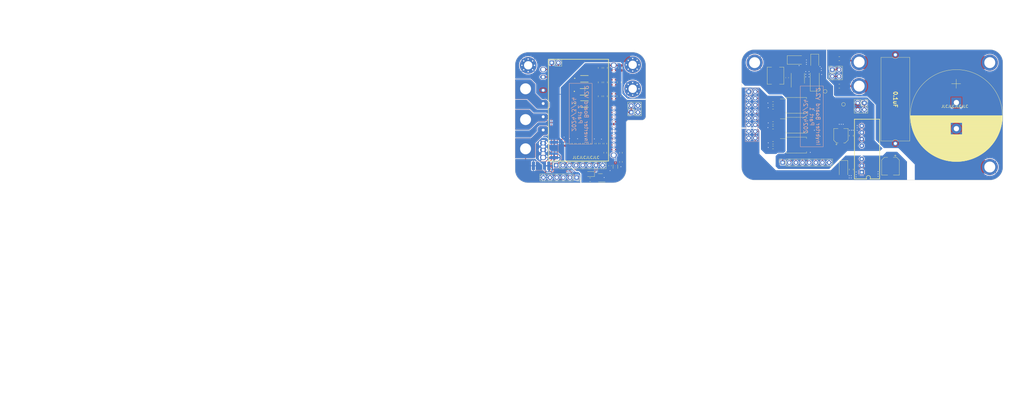
<source format=kicad_pcb>
(kicad_pcb (version 20221018) (generator pcbnew)
  (layers (0 "F.Cu" signal) (31 "B.Cu" signal) (34 "B.Paste" user) (35 "F.Paste" user) (36 "B.SilkS" user "B.Silkscreen") (37 "F.SilkS" user "F.Silkscreen") (38 "B.Mask" user) (39 "F.Mask" user) (44 "Edge.Cuts" user))
  (net 0 "")
  (net 1 "GND")
  (net 2 "+5V1")
  (net 3 "DC_BUS")
  (net 4 "/M+1")
  (net 5 "/M-1")
  (net 6 "/M+2")
  (net 7 "/M-2")
  (net 8 "/M+3")
  (net 9 "/M-3")
  (net 10 "/OPWM1A")
  (net 11 "/OPWM2A")
  (net 12 "/OPWM3A")
  (net 13 "/OPWM1B")
  (net 14 "/OPWM2B")
  (net 15 "/OPWM3B")
  (net 16 "Net-(Q2-CSC)")
  (net 17 "Net-(U2-CB)")
  (net 18 "+15V1")
  (net 19 "Net-(D1-K)")
  (net 20 "/PWM1A_5V")
  (net 21 "Net-(IC1-CATHODE_1)")
  (net 22 "Net-(IC1-CATHODE_2)")
  (net 23 "/PWM2A_5V")
  (net 24 "/PWM3A_5V")
  (net 25 "Net-(IC2-CATHODE_1)")
  (net 26 "Net-(IC2-CATHODE_2)")
  (net 27 "/PWM1B_5V")
  (net 28 "/PWM2B_5V")
  (net 29 "Net-(IC3-CATHODE_1)")
  (net 30 "Net-(IC3-CATHODE_2)")
  (net 31 "/PWM3B_5V")
  (net 32 "AGND")
  (net 33 "/GND_2M")
  (net 34 "/DC_BUS_2M")
  (net 35 "/U")
  (net 36 "/V")
  (net 37 "/W")
  (net 38 "Net-(J13-Pin_1)")
  (net 39 "Net-(D2-K)")
  (net 40 "Net-(Q1-B)")
  (net 41 "Net-(Q1-C)")
  (net 42 "/CSC")
  (net 43 "/DSP_PWM1_~{FAULT_5V}")
  (net 44 "Net-(Q2-IN(WL))")
  (net 45 "Net-(Q2-IN(VL))")
  (net 46 "Net-(Q2-IN(UL))")
  (net 47 "Net-(Q2-IN(WH))")
  (net 48 "Net-(Q2-IN(VH))")
  (net 49 "Net-(Q2-IN(UH))")
  (net 53 "D12VGND")
  (net 54 "D12V1")
  (net 58 "Net-(J13-Pin_2)")
  (footprint "inverter_lib:MELF_DO-213AB" (layer "F.Cu") (at 64.85 31.2)
    (fp_text reference "Z1" hide)
    (fp_text value "ZM4746A-GS08" hide)
  )
  (footprint "TestPoint:TestPoint_Pad_D1.0mm" (layer "F.Cu") (at 164 41 180)
    (fp_text reference "TP7" hide)
    (fp_text value "Test15V")
  )
  (footprint "inverter_lib:MELF_DO-213AB" (layer "F.Cu") (at 64.7 36.2)
    (fp_text reference "Z2" hide)
    (fp_text value "ZM4746A-GS08" hide)
  )
  (footprint "Capacitor_SMD:C_0805_2012Metric" (layer "F.Cu") (at 72.925 32.556369 -90)
    (fp_text reference "C10" hide)
    (fp_text value "2.2uf")
  )
  (footprint "Resistor_SMD:R_0603_1608Metric" (layer "F.Cu") (at 137.038 57.509 180)
    (fp_text reference "R9" hide)
    (fp_text value "750R")
  )
  (footprint "Resistor_SMD:R_0603_1608Metric" (layer "F.Cu") (at 60.710738 56.031369 -90)
    (fp_text reference "R14" hide)
    (fp_text value "100R")
  )
  (footprint "Package_SO:SOIC-8_3.9x4.9mm_P1.27mm" (layer "F.Cu") (at 146.523 31 90)
    (fp_text reference "U2" hide)
    (fp_text value "LM2675M-5.0")
  )
  (footprint "Resistor_SMD:R_0603_1608Metric" (layer "F.Cu") (at 72.87271 56.031369 -90)
    (fp_text reference "R18" hide)
    (fp_text value "100R")
  )
  (footprint "Connector_PinSocket_2.54mm:PinSocket_1x08_P2.54mm_Vertical" (layer "F.Cu") (at 140.716 63.307 90)
    (fp_text reference "J3" hide)
    (fp_text value "Conn_01x08_Pin")
  )
  (footprint "self_lib:无感电容" (layer "F.Cu") (at 183.87 39)
    (fp_text reference "REF**" hide)
    (fp_text value "无感电容")
  )
  (footprint "Resistor_SMD:R_0603_1608Metric" (layer "F.Cu") (at 137.038 40.491 180)
    (fp_text reference "R1" hide)
    (fp_text value "750R")
  )
  (footprint "Resistor_SMD:R_0805_2012Metric" (layer "F.Cu") (at 67.025 69.881369 180)
    (fp_text reference "R3" hide)
    (fp_text value "301R")
  )
  (footprint "Capacitor_SMD:C_0805_2012Metric" (layer "F.Cu") (at 167 65.95 90)
    (fp_text reference "C22" hide)
    (fp_text value "100nF")
  )
  (footprint "Resistor_SMD:R_1206_3216Metric" (layer "F.Cu") (at 76.725 64.871369 -90)
    (fp_text reference "R21" hide)
    (fp_text value "2k")
  )
  (footprint "TestPoint:TestPoint_Pad_D1.0mm" (layer "F.Cu") (at 157 36)
    (fp_text reference "TP8" hide)
    (fp_text value "Test5V")
  )
  (footprint "Resistor_SMD:R_0805_2012Metric" (layer "F.Cu") (at 162.4125 34 180)
    (fp_text reference "R11" hide)
    (fp_text value "2M")
  )
  (footprint "Resistor_SMD:R_0603_1608Metric" (layer "F.Cu") (at 69.832214 56.031369 -90)
    (fp_text reference "R17" hide)
    (fp_text value "100R")
  )
  (footprint "Resistor_SMD:R_0603_1608Metric" (layer "F.Cu") (at 78.825 59.531369 90)
    (fp_text reference "R6" hide)
    (fp_text value "10K")
  )
  (footprint "inverter_lib:M3_smt" (layer "F.Cu") (at 130 25)
    (fp_text reference "J17" hide)
    (fp_text value "Header 2")
  )
  (footprint "Capacitor_SMD:C_0603_1608Metric" (layer "F.Cu") (at 71.35246 56.031369 -90)
    (fp_text reference "C20" hide)
    (fp_text value "100pf")
  )
  (footprint "Capacitor_SMD:C_0805_2012Metric" (layer "F.Cu") (at 78.625 27.031369 -90)
    (fp_text reference "C7" hide)
    (fp_text value "100nf")
  )
  (footprint "inverter_lib:M3_smt" (layer "F.Cu") (at 170 24.8)
    (fp_text reference "J14" hide)
    (fp_text value "Header 2")
  )
  (footprint "Capacitor_SMD:C_0805_2012Metric" (layer "F.Cu") (at 72.92 27.006369 -90)
    (fp_text reference "C5" hide)
    (fp_text value "2.2uf")
  )
  (footprint "Resistor_SMD:R_0603_1608Metric" (layer "F.Cu") (at 137.038 49.889 180)
    (fp_text reference "R5" hide)
    (fp_text value "750R")
  )
  (footprint "Connector_PinSocket_2.54mm:PinSocket_2x02_P2.54mm_Vertical" (layer "F.Cu") (at 159.75 27.71 90)
    (fp_text reference "J5" hide)
    (fp_text value "Conn_01x02_Pin")
  )
  (footprint "Capacitor_SMD:C_0805_2012Metric" (layer "F.Cu") (at 70.855 37.881369 -90)
    (fp_text reference "C13" hide)
    (fp_text value "2.2uf")
  )
  (footprint "Package_SO:SOIC-8_7.5x5.85mm_P1.27mm" (layer "F.Cu") (at 146 49)
    (fp_text reference "IC2" hide)
    (fp_text value "TLP2270_D4-LF4,E")
  )
  (footprint "Resistor_SMD:R_0603_1608Metric" (layer "F.Cu") (at 137.038 55.731 180)
    (fp_text reference "R8" hide)
    (fp_text value "750R")
  )
  (footprint "inverter_lib:M3_smt" (layer "F.Cu") (at 42.325 35.031369)
    (fp_text reference "J8" hide)
    (fp_text value "Header 2")
  )
  (footprint "Resistor_SMD:R_0603_1608Metric" (layer "F.Cu") (at 57.670246 56.031369 -90)
    (fp_text reference "R13" hide)
    (fp_text value "100R")
  )
  (footprint "Capacitor_SMD:CP_Elec_6.3x7.7" (layer "F.Cu") (at 182 64.7 -90)
    (fp_text reference "C23" hide)
    (fp_text value "100uf 50V")
  )
  (footprint "Capacitor_SMD:C_0603_1608Metric" (layer "F.Cu") (at 59.190492 56.031369 -90)
    (fp_text reference "C16" hide)
    (fp_text value "100pf")
  )
  (footprint "Resistor_SMD:R_0603_1608Metric" (layer "F.Cu") (at 137.038 42.269 180)
    (fp_text reference "R2" hide)
    (fp_text value "750R")
  )
  (footprint "inverter_lib:M3_smt" (layer "F.Cu") (at 170 34)
    (fp_text reference "J15" hide)
    (fp_text value "Header 2")
  )
  (footprint "Diode_SMD:D_SMA" (layer "F.Cu") (at 146 24)
    (fp_text reference "D2" hide)
    (fp_text value "1N5819")
  )
  (footprint "MountingHole:MountingHole_3.2mm_M3_Pad_Via" (layer "F.Cu") (at 83.325 25.831369)
    (fp_text reference "H1" hide)
    (fp_text value "MountingHole_Pad")
  )
  (footprint "LED_SMD:LED_0805_2012Metric" (layer "F.Cu") (at 67.025 67.731369 180)
    (fp_text reference "D1" hide)
    (fp_text value "LEDRED")
  )
  (footprint "inverter_lib:M3_smt" (layer "F.Cu") (at 42.325 58.031369)
    (fp_text reference "J11" hide)
    (fp_text value "Header 2")
  )
  (footprint "Capacitor_Tantalum_SMD:CP_EIA-6032-28_Kemet-C_Pad2.25x2.35mm_HandSolder" (layer "F.Cu") (at 153 32 90)
    (fp_text reference "C36" hide)
    (fp_text value "68uF 16V Tantalum")
  )
  (footprint "Capacitor_SMD:C_0805_2012Metric" (layer "F.Cu") (at 70.875 32.556369 -90)
    (fp_text reference "C9" hide)
    (fp_text value "2.2uf")
  )
  (footprint "Capacitor_SMD:C_0805_2012Metric" (layer "F.Cu") (at 72.905 37.881369 -90)
    (fp_text reference "C12" hide)
    (fp_text value "2.2uf")
  )
  (footprint "Capacitor_SMD:C_0603_1608Metric" (layer "F.Cu") (at 65.271476 56.031369 -90)
    (fp_text reference "C18" hide)
    (fp_text value "100pf")
  )
  (footprint "Capacitor_SMD:C_0603_1608Metric" (layer "F.Cu") (at 153.865 38.7 -90)
    (fp_text reference "C1" hide)
    (fp_text value "100nf")
  )
  (footprint "inverter_lib:MELF_DO-213AB" (layer "F.Cu") (at 64.85 40.85)
    (fp_text reference "Z3" hide)
    (fp_text value "ZM4746A-GS08" hide)
  )
  (footprint "Resistor_SMD:R_0603_1608Metric" (layer "F.Cu") (at 78.825 63.031369 -90)
    (fp_text reference "R7" hide)
    (fp_text value "2K")
  )
  (footprint "Connector_PinSocket_2.54mm:PinSocket_2x02_P2.54mm_Vertical" (layer "F.Cu") (at 82.785 44.031369 180)
    (fp_text reference "J12" hide)
    (fp_text value "Conn_01x02_Pin")
  )
  (footprint "Package_TO_SOT_SMD:SOT-23-3" (layer "F.Cu") (at 70.975 69.131369 180)
    (fp_text reference "Q1" hide)
    (fp_text value "FMMT618TA")
  )
  (footprint "Resistor_SMD:R_0603_1608Metric" (layer "F.Cu") (at 137.038 48.111 180)
    (fp_text reference "R4" hide)
    (fp_text value "750R")
  )
  (footprint "Capacitor_Tantalum_SMD:CP_EIA-3528-21_Kemet-B_Pad1.50x2.35mm_HandSolder" (layer "F.Cu") (at 153 24.375 -90)
    (fp_text reference "C35" hide)
    (fp_text value "15uF 50V Tantalum")
  )
  (footprint "Capacitor_SMD:C_0603_1608Metric" (layer "F.Cu") (at 74.675 64.471369 90)
    (fp_text reference "C21" hide)
    (fp_text value "1nf")
  )
  (footprint "Capacitor_SMD:C_0805_2012Metric" (layer "F.Cu") (at 78.225 32.531369 -90)
    (fp_text reference "C11" hide)
    (fp_text value "100nf")
  )
  (footprint "Package_SO:SOIC-8_7.5x5.85mm_P1.27mm" (layer "F.Cu") (at 146 41.38)
    (fp_text reference "IC1" hide)
    (fp_text value "TLP2270_D4-LF4,E")
  )
  (footprint "Connector_PinSocket_2.54mm:PinSocket_1x08_P2.54mm_Vertical" (layer "F.Cu") (at 54.041 64.338369 90)
    (fp_text reference "J2" hide)
    (fp_text value "Conn_01x08_Pin")
  )
  (footprint "Capacitor_SMD:C_0603_1608Metric" (layer "F.Cu") (at 153.865 53.94 -90)
    (fp_text reference "C3" hide)
    (fp_text value "100nf")
  )
  (footprint "Resistor_SMD:R_0805_2012Metric" (layer "F.Cu") (at 162.4125 23.5 180)
    (fp_text reference "R10" hide)
    (fp_text value "2M")
  )
  (footprint "Capacitor_SMD:C_0603_1608Metric" (layer "F.Cu") (at 56.15 56.031369 -90)
    (fp_text reference "C15" hide)
    (fp_text value "100pf")
  )
  (footprint "Capacitor_SMD:C_0805_2012Metric" (layer "F.Cu") (at 167 53 -90)
    (fp_text reference "C24" hide)
    (fp_text value "100nF")
  )
  (footprint "Connector_PinSocket_2.54mm:PinSocket_1x02_P2.54mm_Vertical" (layer "F.Cu") (at 52.325 25.031369 90)
    (fp_text reference "J13" hide)
    (fp_text value "Conn_01x02_Pin")
  )
  (footprint "inverter_lib:M3_smt" (layer "F.Cu") (at 220 25)
    (fp_text reference "J6" hide)
    (fp_text value "Header 2")
  )
  (footprint "Capacitor_SMD:C_0603_1608Metric" (layer "F.Cu") (at 68.311968 56.031369 -90)
    (fp_text reference "C19" hide)
    (fp_text value "100pf")
  )
  (footprint "Diode_SMD:D_SMA" (layer "F.Cu") (at 164 66 -90)
    (fp_text reference "D4" hide)
    (fp_text value "1N5819")
  )
  (footprint "Capacitor_SMD:C_0603_1608Metric" (layer "F.Cu") (at 153.865 46.32 -90)
    (fp_text reference "C2" hide)
    (fp_text value "100nf")
  )
  (footprint "Capacitor_SMD:C_0805_2012Metric" (layer "F.Cu") (at 78.075 37.901369 -90)
    (fp_text reference "C14" hide)
    (fp_text value "100nf")
  )
  (footprint "Resistor_SMD:R_0603_1608Metric" (layer "F.Cu") (at 66.791722 56.031369 -90)
    (fp_text reference "R16" hide)
    (fp_text value "100R")
  )
  (footprint "inverter_lib:VRB_S-6WR3" (layer "F.Cu") (at 171 67 180)
    (fp_text reference "A1" hide)
    (fp_text value "VRB1215S-6WR3" hide)
  )
  (footprint "Connector_PinSocket_2.54mm:PinSocket_1x06_P2.54mm_Vertical" (layer "F.Cu") (at 61.865 69.031369 -90)
    (fp_text reference "J10" hide)
    (fp_text value "Conn_01x06_Pin")
  )
  (footprint "Capacitor_THT:CP_Radial_D35.0mm_P10.00mm_SnapIn" (layer "F.Cu") (at 207.22 40.3 -90)
    (fp_text reference "C4" hide)
    (fp_text value "390uF/450V")
  )
  (footprint "Capacitor_SMD:C_0603_1608Metric" (layer "F.Cu") (at 142.459 30.775 90)
    (fp_text reference "C34" hide)
    (fp_text value "10nF")
  )
  (footprint "Package_SO:SOIC-8_7.5x5.85mm_P1.27mm" (layer "F.Cu") (at 146 56.62)
    (fp_text reference "IC3" hide)
    (fp_text value "TLP2270_D4-LF4,E")
  )
  (footprint "MountingHole:MountingHole_3.2mm_M3_Pad_Via" (layer "F.Cu") (at 43.325 26.031369)
    (fp_text reference "H3" hide)
    (fp_text value "MountingHole_Pad")
  )
  (footprint "Resistor_SMD:R_0603_1608Metric" (layer "F.Cu") (at 63.75123 56.031369 -90)
    (fp_text reference "R15" hide)
    (fp_text value "100R")
  )
  (footprint "inverter_lib:M3_smt" (layer "F.Cu") (at 220 65)
    (fp_text reference "J7" hide)
    (fp_text value "Header 2")
  )
  (footprint "Connector_PinSocket_2.54mm:PinSocket_2x02_P2.54mm_Vertical" (layer "F.Cu") (at 172 40.46)
    (fp_text reference "J4" hide)
    (fp_text value "Conn_01x02_Pin")
  )
  (footprint "MountingHole:MountingHole_3.2mm_M3_Pad_Via" (layer "F.Cu") (at 83.325 35.031369)
    (fp_text reference "H2" hide)
    (fp_text value "MountingHole_Pad")
  )
  (footprint "Resistor_SMD:R_0603_1608Metric" (layer "F.Cu") (at 72.825 59.531369 90)
    (fp_text reference "R22" hide)
    (fp_text value "1K")
  )
  (footprint "inverter_lib:M3_smt" (layer "F.Cu") (at 42.325 46.831369)
    (fp_text reference "J9" hide)
    (fp_text value "Header 2")
  )
  (footprint "Capacitor_SMD:CP_Elec_5x5.4" (layer "F.Cu") (at 163 53 90)
    (fp_text reference "C25" hide)
    (fp_text value "22uf 25V")
  )
  (footprint "Capacitor_SMD:C_0603_1608Metric" (layer "F.Cu") (at 62.230984 56.031369 -90)
    (fp_text reference "C17" hide)
    (fp_text value "100pf")
  )
  (footprint "Inductor_SMD:L_6.3x6.3_H3" (layer "F.Cu") (at 138 30 -90)
    (fp_text reference "L2" hide)
    (fp_text value "47uH")
  )
  (footprint "Capacitor_SMD:C_0805_2012Metric" (layer "F.Cu") (at 70.875 27.006369 -90)
    (fp_text reference "C6" hide)
    (fp_text value "2.2uf")
  )
  (footprint "Resistor_SMD:R_2512_6332Metric" (layer "B.Cu") (at 53.15 58.4625 90)
    (fp_text reference "R19" hide)
    (fp_text value "8mR")
  )
  (footprint "Resistor_SMD:R_2512_6332Metric" (layer "B.Cu") (at 48.2875 64.55 180)
    (fp_text reference "R20" hide)
    (fp_text value "8mR")
  )
  (footprint "inverter_lib:FNC42060F" (layer "B.Cu") (at 62.575 43.659869)
    (fp_text reference "Q2" hide)
    (fp_text value "FNC42060F" hide)
  )
  (footprint "Connector_PinSocket_2.54mm:PinSocket_2x08_P2.54mm_Vertical" (layer "B.Cu") (at 127.71 36.125 180)
    (fp_text reference "J1" hide)
    (fp_text value "Conn_02x06_Top_Bottom")
  )
  (gr_poly (pts (xy 209.641262 27.401699) (arc (start 212.501875 27.401699) (mid 210.454062 28.249931) (end 209.60583 30.297744))) (stroke (width 0.2)) (fill solid) (layer "F.Cu"))
  (gr_poly (pts (xy 204.8 27.44) (arc (start 204.8 30.300613) (mid 203.951768 28.2528) (end 201.903955 27.404568))) (stroke (width 0.2)) (fill solid) (layer "F.Cu"))
  (gr_rect (start 147.5 33.95) (end 156.25 57.25) (stroke (width 0.15)) (fill none) (layer "B.SilkS"))
  (gr_rect (start 59.05 32.95) (end 67.8 56.25) (stroke (width 0.15)) (fill none) (layer "B.SilkS"))
  (gr_line (start 43.325 21.031369) (end 83.325 21.031369) (stroke (width 0.1)) (layer "Edge.Cuts"))
  (gr_line (start 225 25) (end 225 65) (stroke (width 0.1)) (layer "Edge.Cuts"))
  (gr_line (start 220 70) (end 130 70) (stroke (width 0.1)) (layer "Edge.Cuts"))
  (gr_arc (start 225 65) (mid 223.535534 68.535534) (end 220 70) (stroke (width 0.1)) (layer "Edge.Cuts"))
  (gr_arc (start 88.325 45.531369) (mid 87.88566 46.592029) (end 86.825 47.031369) (stroke (width 0.1)) (layer "Edge.Cuts"))
  (gr_arc (start 220 20) (mid 223.535534 21.464466) (end 225 25) (stroke (width 0.1)) (layer "Edge.Cuts"))
  (gr_arc (start 130 70) (mid 126.464466 68.535534) (end 125 65) (stroke (width 0.1)) (layer "Edge.Cuts"))
  (gr_line (start 125 65) (end 125 25) (stroke (width 0.1)) (layer "Edge.Cuts"))
  (gr_arc (start 83.325 21.031369) (mid 86.860534 22.495835) (end 88.325 26.031369) (stroke (width 0.1)) (layer "Edge.Cuts"))
  (gr_arc (start 80.825 66.031369) (mid 79.360534 69.566903) (end 75.825 71.031369) (stroke (width 0.1)) (layer "Edge.Cuts"))
  (gr_line (start 38.325 66.031369) (end 38.325 26.031369) (stroke (width 0.1)) (layer "Edge.Cuts"))
  (gr_line (start 80.825 48.031369) (end 80.825 66.031369) (stroke (width 0.1)) (layer "Edge.Cuts"))
  (gr_arc (start 125 25) (mid 126.464466 21.464466) (end 130 20) (stroke (width 0.1)) (layer "Edge.Cuts"))
  (gr_line (start 86.825 47.031369) (end 81.825 47.031369) (stroke (width 0.1)) (layer "Edge.Cuts"))
  (gr_line (start 130 20) (end 220 20) (stroke (width 0.1)) (layer "Edge.Cuts"))
  (gr_line (start 43.325 71.031369) (end 75.825 71.031369) (stroke (width 0.1)) (layer "Edge.Cuts"))
  (gr_arc (start 80.825 48.031369) (mid 81.117893 47.324262) (end 81.825 47.031369) (stroke (width 0.1)) (layer "Edge.Cuts"))
  (gr_line (start 88.325 45.531369) (end 88.325 26.031369) (stroke (width 0.1)) (layer "Edge.Cuts"))
  (gr_arc (start 43.325 71.031369) (mid 39.789466 69.566903) (end 38.325 66.031369) (stroke (width 0.1)) (layer "Edge.Cuts"))
  (gr_arc (start 38.325 26.031369) (mid 39.789466 22.495835) (end 43.325 21.031369) (stroke (width 0.1)) (layer "Edge.Cuts"))
  (gr_text "Inverter Board V2.2\nPart 1\n2024/3/24" (at 148.6 45.6 270) (layer "B.SilkS") (effects (font (size 1.5 1.5) (thickness 0.2) bold) (justify bottom mirror)))
  (gr_text "Inverter Board V2.2\nPart 2\n2024/3/24" (at 59.9 44.8 270) (layer "B.SilkS") (effects (font (size 1.5 1.5) (thickness 0.2)) (justify bottom mirror)))
  (gr_text "0.1uF" (at 183 35.81 270) (layer "F.SilkS") (effects (font (size 1.5 1.5) (thickness 0.3) bold) (justify left bottom)))
  (gr_text "JLCJLCJLCJLC" (at 60.2 61.95) (layer "F.SilkS") (effects (font (size 1 1)) (justify left bottom)))
  (gr_text "JLCJLCJLCJLC" (at 201.35 42.35) (layer "F.SilkS") (effects (font (size 1 1)) (justify left bottom)))
  (segment (start 153.865 36.915) (end 153.85 36.9) (width 0.3) (layer "F.Cu") (net 1))
  (segment (start 74.675 65.246369) (end 74.675 66.371369) (width 0.3) (layer "F.Cu") (net 1))
  (segment (start 217.2 65) (end 220 65) (width 5) (layer "F.Cu") (net 1))
  (segment (start 174.941 34) (end 182.17 41.229) (width 5) (layer "F.Cu") (net 1))
  (segment (start 154.925 37.925) (end 154.95 37.9) (width 0.3) (layer "F.Cu") (net 1))
  (segment (start 151.325 59.375) (end 151.3 59.4) (width 0.5) (layer "F.Cu") (net 1))
  (segment (start 65.271476 54.259893) (end 65.275 54.256369) (width 0.3) (layer "F.Cu") (net 1))
  (segment (start 59.190492 55.256369) (end 59.190492 54.115877) (width 0.3) (layer "F.Cu") (net 1))
  (segment (start 153.865 44.442) (end 153.876 44.431) (width 0.3) (layer "F.Cu") (net 1))
  (segment (start 153.865 37.925) (end 153.865 36.915) (width 0.3) (layer "F.Cu") (net 1))
  (segment (start 170 34) (end 174.941 34) (width 5) (layer "F.Cu") (net 1))
  (segment (start 182.17 41.229) (end 182.17 53.84) (width 5) (layer "F.Cu") (net 1))
  (segment (start 151.325 50.905) (end 152.857 50.905) (width 0.3) (layer "F.Cu") (net 1))
  (segment (start 172 40.46) (end 172 43) (width 0.5) (layer "F.Cu") (net 1))
  (segment (start 206.04 53.84) (end 206.04 51.48) (width 5) (layer "F.Cu") (net 1))
  (segment (start 206.04 53.84) (end 217.2 65) (width 5) (layer "F.Cu") (net 1))
  (segment (start 153.865 45.545) (end 153.865 44.442) (width 0.3) (layer "F.Cu") (net 1))
  (segment (start 59.190492 54.115877) (end 59.2 54.106369) (width 0.3) (layer "F.Cu") (net 1))
  (segment (start 72.1125 68.181369) (end 72.1125 68.718869) (width 0.5) (layer "F.Cu") (net 1))
  (segment (start 154.99 53.165) (end 155.019 53.194) (width 0.3) (layer "F.Cu") (net 1))
  (segment (start 62.230984 54.162353) (end 62.225 54.156369) (width 0.3) (layer "F.Cu") (net 1))
  (segment (start 182.17 54.3) (end 182.17 53.84) (width 3) (layer "F.Cu") (net 1))
  (segment (start 182.17 53.84) (end 206.04 53.84) (width 5) (layer "F.Cu") (net 1))
  (segment (start 65.271476 55.256369) (end 65.271476 54.259893) (width 0.3) (layer "F.Cu") (net 1))
  (segment (start 62.230984 55.256369) (end 62.230984 54.162353) (width 0.3) (layer "F.Cu") (net 1))
  (segment (start 57.075 53.55) (end 56.15 54.475) (width 0.3) (layer "F.Cu") (net 1))
  (segment (start 153.865 53.165) (end 154.99 53.165) (width 0.3) (layer "F.Cu") (net 1))
  (segment (start 71.35246 54.328409) (end 71.35246 55.256369) (width 0.3) (layer "F.Cu") (net 1))
  (segment (start 71.375 54.305869) (end 71.35246 54.328409) (width 0.3) (layer "F.Cu") (net 1))
  (segment (start 68.311968 54.569401) (end 68.65 54.231369) (width 0.3) (layer "F.Cu") (net 1))
  (segment (start 72.1125 68.718869) (end 72.425 69.031369) (width 0.5) (layer "F.Cu") (net 1))
  (segment (start 152.857 50.905) (end 152.86 50.908) (width 0.3) (layer "F.Cu") (net 1))
  (segment (start 163.325 34) (end 170 34) (width 0.5) (layer "F.Cu") (net 1))
  (segment (start 56.15 54.475) (end 56.15 55.256369) (width 0.3) (layer "F.Cu") (net 1))
  (segment (start 183.87 56) (end 182.17 54.3) (width 3) (layer "F.Cu") (net 1))
  (segment (start 153.865 37.925) (end 154.925 37.925) (width 0.3) (layer "F.Cu") (net 1))
  (segment (start 152.857 43.285) (end 152.86 43.288) (width 0.3) (layer "F.Cu") (net 1))
  (segment (start 151.325 43.285) (end 152.857 43.285) (width 0.3) (layer "F.Cu") (net 1))
  (segment (start 68.311968 55.256369) (end 68.311968 54.569401) (width 0.3) (layer "F.Cu") (net 1))
  (segment (start 151.325 58.525) (end 151.325 59.375) (width 0.5) (layer "F.Cu") (net 1))
  (segment (start 206.04 51.48) (end 207.22 50.3) (width 5) (layer "F.Cu") (net 1))
  (segment (start 78.825 63.856369) (end 78.825 64.881369) (width 0.5) (layer "F.Cu") (net 1))
  (via (at 155.019 26.524) (size 0.5) (drill 0.3) (layers "F.Cu" "B.Cu") (net 1))
  (via (at 150.828 28.429) (size 0.5) (drill 0.3) (layers "F.Cu" "B.Cu") (net 1))
  (via (at 149.812 24.873) (size 0.5) (drill 0.3) (layers "F.Cu" "B.Cu") (net 1))
  (via (at 155.654 29.572) (size 0.5) (drill 0.3) (layers "F.Cu" "B.Cu") (net 1))
  (via (at 167.719 50.908) (size 0.5) (drill 0.3) (layers "F.Cu" "B.Cu") (net 1))
  (via (at 169.243 50.908) (size 0.5) (drill 0.3) (layers "F.Cu" "B.Cu") (net 1))
  (via (at 147.018 26.143) (size 0.5) (drill 0.3) (layers "F.Cu" "B.Cu") (net 1))
  (via (at 62.225 54.156369) (size 0.5) (drill 0.3) (layers "F.Cu" "B.Cu") (net 1))
  (via (at 152.86 43.288) (size 0.5) (drill 0.3) (layers "F.Cu" "B.Cu") (net 1))
  (via (at 149.812 23.984) (size 0.5) (drill 0.3) (layers "F.Cu" "B.Cu") (net 1))
  (via (at 152.86 50.908) (size 0.5) (drill 0.3) (layers "F.Cu" "B.Cu") (net 1))
  (via (at 59.2 54.106369) (size 0.5) (drill 0.3) (layers "F.Cu" "B.Cu") (net 1))
  (via (at 166.322 50.908) (size 0.5) (drill 0.3) (layers "F.Cu" "B.Cu") (net 1))
  (via (at 169.243 50.019) (size 0.5) (drill 0.3) (layers "F.Cu" "B.Cu") (net 1))
  (via (at 149.558 30.461) (size 0.5) (drill 0.3) (layers "F.Cu" "B.Cu") (net 1))
  (via (at 154.95 37.9) (size 0.5) (drill 0.3) (layers "F.Cu" "B.Cu") (net 1))
  (via (at 150.828 29.445) (size 0.5) (drill 0.3) (layers "F.Cu" "B.Cu") (net 1))
  (via (at 68.65 54.231369) (size 0.5) (drill 0.3) (layers "F.Cu" "B.Cu") (net 1))
  (via (at 155.527 27.159) (size 0.5) (drill 0.3) (layers "F.Cu" "B.Cu") (net 1))
  (via (at 78.825 64.881369) (size 0.5) (drill 0.3) (layers "F.Cu" "B.Cu") (net 1))
  (via (at 74.675 66.371369) (size 0.5) (drill 0.3) (layers "F.Cu" "B.Cu") (net 1))
  (via (at 149.558 28.429) (size 0.5) (drill 0.3) (layers "F.Cu" "B.Cu") (net 1))
  (via (at 150.828 30.461) (size 0.5) (drill 0.3) (layers "F.Cu" "B.Cu") (net 1))
  (via (at 153.876 44.431) (size 0.5) (drill 0.3) (layers "F.Cu" "B.Cu") (net 1))
  (via (at 169.243 49.13) (size 0.5) (drill 0.3) (layers "F.Cu" "B.Cu") (net 1))
  (via (at 57.075 53.55) (size 0.5) (drill 0.3) (layers "F.Cu" "B.Cu") (net 1))
  (via (at 71.375 54.305869) (size 0.5) (drill 0.3) (layers "F.Cu" "B.Cu") (net 1))
  (via (at 149.812 25.635) (size 0.5) (drill 0.3) (layers "F.Cu" "B.Cu") (net 1))
  (via (at 155.019 53.194) (size 0.5) (drill 0.3) (layers "F.Cu" "B.Cu") (net 1))
  (via (at 163.147 48.622) (size 0.5) (drill 0.3) (layers "F.Cu" "B.Cu") (net 1))
  (via (at 149.558 29.445) (size 0.5) (drill 0.3) (layers "F.Cu" "B.Cu") (net 1))
  (via (at 151.3 59.4) (size 0.5) (drill 0.3) (layers "F.Cu" "B.Cu") (net 1))
  (via (at 153.85 36.9) (size 0.5) (drill 0.3) (layers "F.Cu" "B.Cu") (net 1))
  (via (at 155.527 28.048) (size 0.5) (drill 0.3) (layers "F.Cu" "B.Cu") (net 1))
  (via (at 72.425 69.031369) (size 0.5) (drill 0.3) (layers "F.Cu" "B.Cu") (net 1))
  (via (at 163.909 48.622) (size 0.5) (drill 0.3) (layers "F.Cu" "B.Cu") (net 1))
  (via (at 65.275 54.256369) (size 0.5) (drill 0.3) (layers "F.Cu" "B.Cu") (net 1))
  (via (at 167.084 50.908) (size 0.5) (drill 0.3) (layers "F.Cu" "B.Cu") (net 1))
  (via (at 162.385 48.622) (size 0.5) (drill 0.3) (layers "F.Cu" "B.Cu") (net 1))
  (segment (start 54.83 37.14) (end 56.39 37.14) (width 0.25) (layer "B.Cu") (net 1))
  (segment (start 151.325 54.715) (end 153.865 54.715) (width 0.3) (layer "F.Cu") (net 2))
  (segment (start 155.7175 46.2725) (end 154.895 47.095) (width 0.3) (layer "F.Cu") (net 2))
  (segment (start 68.9625 66.731369) (end 67.9625 67.731369) (width 0.5) (layer "F.Cu") (net 2))
  (segment (start 69.225 66.731369) (end 68.9625 66.731369) (width 0.5) (layer "F.Cu") (net 2))
  (segment (start 72.45 60.356369) (end 70.625 62.181369) (width 0.5) (layer "F.Cu") (net 2))
  (segment (start 154.895 47.095) (end 156.543 45.447) (width 0.3) (layer "F.Cu") (net 2))
  (segment (start 155.956 46.511) (end 155.7175 46.2725) (width 0.3) (layer "F.Cu") (net 2))
  (segment (start 70.625 62.181369) (end 70.625 62.994369) (width 0.5) (layer "F.Cu") (net 2))
  (segment (start 153.865 47.095) (end 154.895 47.095) (width 0.3) (layer "F.Cu") (net 2))
  (segment (start 156.543 45.447) (end 156.543 39.224) (width 0.3) (layer "F.Cu") (net 2))
  (segment (start 155.956 63.307) (end 155.956 46.511) (width 0.3) (layer "F.Cu") (net 2))
  (segment (start 70.625 62.994369) (end 69.281 64.338369) (width 0.5) (layer "F.Cu") (net 2))
  (segment (start 151.325 47.095) (end 153.865 47.095) (width 0.3) (layer "F.Cu") (net 2))
  (segment (start 153.865 54.715) (end 154.346529 54.715) (width 0.3) (layer "F.Cu") (net 2))
  (segment (start 154.349529 54.718) (end 155.956 54.718) (width 0.3) (layer "F.Cu") (net 2))
  (segment (start 151.325 39.475) (end 153.865 39.475) (width 0.3) (layer "F.Cu") (net 2))
  (segment (start 72.825 60.356369) (end 72.45 60.356369) (width 0.5) (layer "F.Cu") (net 2))
  (segment (start 154.346529 54.715) (end 154.349529 54.718) (width 0.3) (layer "F.Cu") (net 2))
  (via (at 69.225 66.731369) (size 0.5) (drill 0.3) (layers "F.Cu" "B.Cu") (net 2))
  (segment (start 69.281 66.675369) (end 69.225 66.731369) (width 0.5) (layer "B.Cu") (net 2))
  (segment (start 69.281 64.338369) (end 69.281 66.675369) (width 0.5) (layer "B.Cu") (net 2))
  (segment (start 170.2 25) (end 170 24.8) (width 5) (layer "F.Cu") (net 3))
  (segment (start 54.525 41.045369) (end 49.075 35.595369) (width 0.25) (layer "F.Cu") (net 3))
  (segment (start 166.092 23.5) (end 167.392 24.8) (width 0.5) (layer "F.Cu") (net 3))
  (segment (start 61.865 69.031369) (end 58.983631 66.15) (width 0.25) (layer "F.Cu") (net 3))
  (segment (start 52.1 65.075) (end 52.1 63.6) (width 0.25) (layer "F.Cu") (net 3))
  (segment (start 58.983631 66.15) (end 53.175 66.15) (width 0.25) (layer "F.Cu") (net 3))
  (segment (start 183.87 22) (end 183.87 24.88) (width 3) (layer "F.Cu") (net 3))
  (segment (start 207.22 25.27) (end 207.22 40.3) (width 5) (layer "F.Cu") (net 3))
  (segment (start 183.87 24.88) (end 183.75 25) (width 3) (layer "F.Cu") (net 3))
  (segment (start 183.75 25) (end 170.2 25) (width 5) (layer "F.Cu") (net 3))
  (segment (start 53.175 66.15) (end 52.1 65.075) (width 0.25) (layer "F.Cu") (net 3))
  (segment (start 50.541 35.595369) (end 49.075 35.595369) (width 3) (layer "F.Cu") (net 3))
  (segment (start 52.1 63.6) (end 54.525 61.175) (width 0.25) (layer "F.Cu") (net 3))
  (segment (start 80.415 22.921369) (end 63.215 22.921369) (width 3) (layer "F.Cu") (net 3))
  (segment (start 83.325 25.831369) (end 80.415 22.921369) (width 3) (layer "F.Cu") (net 3))
  (segment (start 207.49 25) (end 207.22 25.27) (width 5) (layer "F.Cu") (net 3))
  (segment (start 196.04 25) (end 207.49 25) (width 5) (layer "F.Cu") (net 3))
  (segment (start 167.392 24.8) (end 170 24.8) (width 0.5) (layer "F.Cu") (net 3))
  (segment (start 196.04 25) (end 183.75 25) (width 5) (layer "F.Cu") (net 3))
  (segment (start 63.215 22.921369) (end 50.541 35.595369) (width 3) (layer "F.Cu") (net 3))
  (segment (start 207.49 25) (end 220 25) (width 5) (layer "F.Cu") (net 3))
  (segment (start 163.325 23.5) (end 166.092 23.5) (width 0.5) (layer "F.Cu") (net 3))
  (segment (start 54.525 61.175) (end 54.525 41.045369) (width 0.25) (layer "F.Cu") (net 3))
  (segment (start 63.8 31.2) (end 62.225 31.2) (width 0.5) (layer "F.Cu") (net 4))
  (segment (start 70.9 26.081369) (end 70.875 26.056369) (width 0.5) (layer "F.Cu") (net 4))
  (segment (start 70.875 26.056369) (end 68.581369 28.35) (width 0.5) (layer "F.Cu") (net 4))
  (segment (start 78.625 26.081369) (end 70.9 26.081369) (width 0.5) (layer "F.Cu") (net 4))
  (segment (start 66.65 28.35) (end 63.8 31.2) (width 0.5) (layer "F.Cu") (net 4))
  (segment (start 68.581369 28.35) (end 66.65 28.35) (width 0.5) (layer "F.Cu") (net 4))
  (segment (start 67.475 31.2) (end 70.743631 27.931369) (width 0.5) (layer "F.Cu") (net 5))
  (segment (start 78.575 27.931369) (end 78.625 27.981369) (width 0.5) (layer "F.Cu") (net 5))
  (segment (start 70.743631 27.931369) (end 78.575 27.931369) (width 0.5) (layer "F.Cu") (net 5))
  (segment (start 78.225 31.581369) (end 70.9 31.581369) (width 0.5) (layer "F.Cu") (net 6))
  (segment (start 70.875 31.606369) (end 69.131369 33.35) (width 0.5) (layer "F.Cu") (net 6))
  (segment (start 62.075 33.875) (end 62.075 36.2) (width 0.5) (layer "F.Cu") (net 6))
  (segment (start 62.6 33.35) (end 62.075 33.875) (width 0.5) (layer "F.Cu") (net 6))
  (segment (start 70.9 31.581369) (end 70.875 31.606369) (width 0.5) (layer "F.Cu") (net 6))
  (segment (start 69.131369 33.35) (end 62.6 33.35) (width 0.5) (layer "F.Cu") (net 6))
  (segment (start 78.2 33.506369) (end 78.225 33.481369) (width 0.5) (layer "F.Cu") (net 7))
  (segment (start 67.325 36.2) (end 68.181369 36.2) (width 0.5) (layer "F.Cu") (net 7))
  (segment (start 70.875 33.506369) (end 78.2 33.506369) (width 0.5) (layer "F.Cu") (net 7))
  (segment (start 68.181369 36.2) (end 70.875 33.506369) (width 0.5) (layer "F.Cu") (net 7))
  (segment (start 62.225 40.85) (end 62.225 38.681369) (width 0.5) (layer "F.Cu") (net 8))
  (segment (start 62.225 38.681369) (end 62.506369 38.4) (width 0.5) (layer "F.Cu") (net 8))
  (segment (start 70.875 36.951369) (end 70.855 36.931369) (width 0.5) (layer "F.Cu") (net 8))
  (segment (start 69.386369 38.4) (end 70.855 36.931369) (width 0.5) (layer "F.Cu") (net 8))
  (segment (start 62.506369 38.4) (end 69.386369 38.4) (width 0.5) (layer "F.Cu") (net 8))
  (segment (start 78.075 36.951369) (end 70.875 36.951369) (width 0.5) (layer "F.Cu") (net 8))
  (segment (start 78.055 38.831369) (end 78.075 38.851369) (width 0.5) (layer "F.Cu") (net 9))
  (segment (start 72.905 38.831369) (end 78.055 38.831369) (width 0.5) (layer "F.Cu") (net 9))
  (segment (start 70.855 38.831369) (end 72.905 38.831369) (width 0.5) (layer "F.Cu") (net 9))
  (segment (start 68.836369 40.85) (end 70.855 38.831369) (width 0.5) (layer "F.Cu") (net 9))
  (segment (start 67.475 40.85) (end 68.836369 40.85) (width 0.5) (layer "F.Cu") (net 9))
  (segment (start 140.716 63.307) (end 140.716 62.287) (width 0.3) (layer "F.Cu") (net 10))
  (segment (start 57.620246 56.806369) (end 57.670246 56.856369) (width 0.3) (layer "F.Cu") (net 10))
  (segment (start 56.15 62.229369) (end 56.15 56.831369) (width 0.3) (layer "F.Cu") (net 10))
  (segment (start 148.178 40.745) (end 151.325 40.745) (width 0.3) (layer "F.Cu") (net 10))
  (segment (start 142.8242 60.1788) (end 142.8242 46.0988) (width 0.3) (layer "F.Cu") (net 10))
  (segment (start 54.041 64.338369) (end 56.15 62.229369) (width 0.3) (layer "F.Cu") (net 10))
  (segment (start 142.8242 46.0988) (end 148.178 40.745) (width 0.3) (layer "F.Cu") (net 10))
  (segment (start 56.15 56.806369) (end 57.620246 56.806369) (width 0.3) (layer "F.Cu") (net 10))
  (segment (start 140.716 62.287) (end 142.8242 60.1788) (width 0.3) (layer "F.Cu") (net 10))
  (segment (start 148.5866 42.015) (end 151.325 42.015) (width 0.3) (layer "F.Cu") (net 11))
  (segment (start 60.710738 56.856369) (end 59.240492 56.856369) (width 0.3) (layer "F.Cu") (net 11))
  (segment (start 59.240492 56.856369) (end 59.190492 56.806369) (width 0.3) (layer "F.Cu") (net 11))
  (segment (start 59.190492 56.806369) (end 59.190492 62.115877) (width 0.3) (layer "F.Cu") (net 11))
  (segment (start 56.968 64.338369) (end 56.581 64.338369) (width 0.3) (layer "F.Cu") (net 11))
  (segment (start 144.399 46.2026) (end 148.5866 42.015) (width 0.3) (layer "F.Cu") (net 11))
  (segment (start 143.256 63.307) (end 144.399 62.164) (width 0.3) (layer "F.Cu") (net 11))
  (segment (start 144.399 62.164) (end 144.399 46.2026) (width 0.3) (layer "F.Cu") (net 11))
  (segment (start 59.190492 62.115877) (end 56.968 64.338369) (width 0.3) (layer "F.Cu") (net 11))
  (segment (start 149.434 48.365) (end 145.796 52.003) (width 0.3) (layer "F.Cu") (net 12))
  (segment (start 151.325 48.365) (end 149.434 48.365) (width 0.3) (layer "F.Cu") (net 12))
  (segment (start 62.230984 56.806369) (end 63.70123 56.806369) (width 0.3) (layer "F.Cu") (net 12))
  (segment (start 59.121 64.338369) (end 62.230984 61.228385) (width 0.3) (layer "F.Cu") (net 12))
  (segment (start 63.70123 56.806369) (end 63.75123 56.856369) (width 0.3) (layer "F.Cu") (net 12))
  (segment (start 145.796 52.003) (end 145.796 63.307) (width 0.3) (layer "F.Cu") (net 12))
  (segment (start 62.230984 61.228385) (end 62.230984 56.856369) (width 0.3) (layer "F.Cu") (net 12))
  (segment (start 149.5264 49.635) (end 148.316 50.8454) (width 0.3) (layer "F.Cu") (net 13))
  (segment (start 148.316 63.287) (end 148.336 63.307) (width 0.3) (layer "F.Cu") (net 13))
  (segment (start 65.271476 56.806369) (end 65.271476 60.727893) (width 0.3) (layer "F.Cu") (net 13))
  (segment (start 65.271476 60.727893) (end 61.661 64.338369) (width 0.3) (layer "F.Cu") (net 13))
  (segment (start 65.321476 56.856369) (end 65.271476 56.806369) (width 0.3) (layer "F.Cu") (net 13))
  (segment (start 66.791722 56.856369) (end 65.321476 56.856369) (width 0.3) (layer "F.Cu") (net 13))
  (segment (start 148.316 50.8454) (end 148.316 63.287) (width 0.3) (layer "F.Cu") (net 13))
  (segment (start 151.325 49.635) (end 149.5264 49.635) (width 0.3) (layer "F.Cu") (net 13))
  (segment (start 68.311968 60.227401) (end 64.201 64.338369) (width 0.3) (layer "F.Cu") (net 14))
  (segment (start 69.832214 56.856369) (end 68.361968 56.856369) (width 0.3) (layer "F.Cu") (net 14))
  (segment (start 68.361968 56.856369) (end 68.311968 56.806369) (width 0.3) (layer "F.Cu") (net 14))
  (segment (start 150.3138 55.985) (end 149.8092 56.4896) (width 0.3) (layer "F.Cu") (net 14))
  (segment (start 151.325 55.985) (end 150.3138 55.985) (width 0.3) (layer "F.Cu") (net 14))
  (segment (start 149.8092 56.4896) (end 149.8092 62.2402) (width 0.3) (layer "F.Cu") (net 14))
  (segment (start 149.8092 62.2402) (end 150.876 63.307) (width 0.3) (layer "F.Cu") (net 14))
  (segment (start 68.311968 56.806369) (end 68.311968 60.227401) (width 0.3) (layer "F.Cu") (net 14))
  (segment (start 151.325 57.255) (end 152.634 57.255) (width 0.3) (layer "F.Cu") (net 15))
  (segment (start 71.35246 59.726909) (end 66.741 64.338369) (width 0.3) (layer "F.Cu") (net 15))
  (segment (start 153.416 58.037) (end 153.416 63.307) (width 0.3) (layer "F.Cu") (net 15))
  (segment (start 152.634 57.255) (end 153.416 58.037) (width 0.3) (layer "F.Cu") (net 15))
  (segment (start 71.35246 56.806369) (end 72.82271 56.806369) (width 0.3) (layer "F.Cu") (net 15))
  (segment (start 72.82271 56.806369) (end 72.87271 56.856369) (width 0.3) (layer "F.Cu") (net 15))
  (segment (start 71.35246 56.806369) (end 71.35246 59.726909) (width 0.3) (layer "F.Cu") (net 15))
  (segment (start 74.9625 63.408869) (end 74.675 63.696369) (width 0.3) (layer "F.Cu") (net 16))
  (segment (start 76.725 63.408869) (end 74.9625 63.408869) (width 0.3) (layer "F.Cu") (net 16))
  (via (at 76.725 63.408869) (size 0.5) (drill 0.3) (layers "F.Cu" "B.Cu") (net 16))
  (segment (start 76.075 60.456369) (end 76.745 61.126369) (width 0.3) (layer "B.Cu") (net 16))
  (segment (start 76.745 63.388869) (end 76.725 63.408869) (width 0.3) (layer "B.Cu") (net 16))
  (segment (start 76.745 61.126369) (end 76.745 63.388869) (width 0.3) (layer "B.Cu") (net 16))
  (segment (start 142.459 31.55) (end 142.459 32.959) (width 0.3) (layer "F.Cu") (net 17))
  (segment (start 144.593 33.5) (end 144.618 33.475) (width 0.3) (layer "F.Cu") (net 17))
  (segment (start 142.459 32.959) (end 143 33.5) (width 0.3) (layer "F.Cu") (net 17))
  (segment (start 143 33.5) (end 144.593 33.5) (width 0.3) (layer "F.Cu") (net 17))
  (segment (start 168.92 41) (end 163.45 41) (width 0.5) (layer "F.Cu") (net 18))
  (segment (start 161.75 41) (end 163.45 41) (width 0.5) (layer "F.Cu") (net 18))
  (segment (start 160.15 55.3) (end 162.9 55.3) (width 0.5) (layer "F.Cu") (net 18))
  (segment (start 146.4 22.45) (end 145.888 22.962) (width 0.5) (layer "F.Cu") (net 18))
  (segment (start 162.9 55.3) (end 163 55.2) (width 0.5) (layer "F.Cu") (net 18))
  (segment (start 169.46 40.46) (end 168.92 41) (width 0.5) (layer "F.Cu") (net 18))
  (segment (start 151.05 22.45) (end 146.4 22.45) (width 0.5) (layer "F.Cu") (net 18))
  (segment (start 82.785 44.031369) (end 81.325 44.031369) (width 0.5) (layer "F.Cu") (net 18))
  (segment (start 153 22.75) (end 154.45 22.75) (width 0.5) (layer "F.Cu") (net 18))
  (segment (start 161.75 41) (end 161.75 46.4) (width 0.5) (layer "F.Cu") (net 18))
  (segment (start 156.85 25.15) (end 156.85 31.75) (width 0.5) (layer "F.Cu") (net 18))
  (segment (start 161.75 46.4) (end 158.95 49.2) (width 0.5) (layer "F.Cu") (net 18))
  (segment (start 77.696 47.660369) (end 76.075 47.660369) (width 0.5) (layer "F.Cu") (net 18))
  (segment (start 159.4 34.3) (end 159.4 39.6) (width 0.5) (layer "F.Cu") (net 18))
  (segment (start 158.95 54.1) (end 160.15 55.3) (width 0.5) (layer "F.Cu") (net 18))
  (segment (start 82.785 41.491369) (end 82.785 44.031369) (width 0.5) (layer "F.Cu") (net 18))
  (segment (start 156.85 31.75) (end 159.4 34.3) (width 0.5) (layer "F.Cu") (net 18))
  (segment (start 151.35 22.75) (end 151.05 22.45) (width 0.5) (layer "F.Cu") (net 18))
  (segment (start 145.888 22.962) (end 145.888 28.525) (width 0.5) (layer "F.Cu") (net 18))
  (segment (start 158.95 49.2) (end 158.95 54.1) (width 0.5) (layer "F.Cu") (net 18))
  (segment (start 163.45 41) (end 164 41) (width 0.5) (layer "F.Cu") (net 18))
  (segment (start 160.8 41) (end 161.75 41) (width 0.5) (layer "F.Cu") (net 18))
  (segment (start 159.4 39.6) (end 160.8 41) (width 0.5) (layer "F.Cu") (net 18))
  (segment (start 154.45 22.75) (end 156.85 25.15) (width 0.5) (layer "F.Cu") (net 18))
  (segment (start 169.46 40.46) (end 169.46 43) (width 1.5) (layer "F.Cu") (net 18))
  (segment (start 153 22.75) (end 151.35 22.75) (width 0.5) (layer "F.Cu") (net 18))
  (segment (start 81.325 44.031369) (end 77.696 47.660369) (width 0.5) (layer "F.Cu") (net 18))
  (segment (start 76.075 47.660369) (end 76.075 49.438379) (width 0.5) (layer "F.Cu") (net 18))
  (segment (start 66.0875 67.731369) (end 66.0875 69.856369) (width 0.5) (layer "F.Cu") (net 19))
  (segment (start 66.0875 69.856369) (end 66.1125 69.881369) (width 0.5) (layer "F.Cu") (net 19))
  (segment (start 135.975 39.475) (end 140.675 39.475) (width 0.3) (layer "F.Cu") (net 20))
  (segment (start 130.25 36.125) (end 132.625 36.125) (width 0.3) (layer "F.Cu") (net 20))
  (segment (start 132.625 36.125) (end 135.975 39.475) (width 0.3) (layer "F.Cu") (net 20))
  (segment (start 140.675 40.745) (end 139.395 40.745) (width 0.3) (layer "F.Cu") (net 21))
  (segment (start 139.395 40.745) (end 139.141 40.491) (width 0.3) (layer "F.Cu") (net 21))
  (segment (start 139.141 40.491) (end 137.863 40.491) (width 0.3) (layer "F.Cu") (net 21))
  (segment (start 139.401 42.015) (end 140.675 42.015) (width 0.3) (layer "F.Cu") (net 22))
  (segment (start 139.147 42.269) (end 139.401 42.015) (width 0.3) (layer "F.Cu") (net 22))
  (segment (start 137.863 42.269) (end 139.147 42.269) (width 0.3) (layer "F.Cu") (net 22))
  (segment (start 134.2 41.05) (end 134.2 42.113529) (width 0.3) (layer "F.Cu") (net 23))
  (segment (start 134.2 42.113529) (end 135.371471 43.285) (width 0.3) (layer "F.Cu") (net 23))
  (segment (start 135.371471 43.285) (end 140.675 43.285) (width 0.3) (layer "F.Cu") (net 23))
  (segment (start 131.815 38.665) (end 134.2 41.05) (width 0.3) (layer "F.Cu") (net 23))
  (segment (start 130.25 38.665) (end 131.815 38.665) (width 0.3) (layer "F.Cu") (net 23))
  (segment (start 131.555 41.205) (end 132.7 42.35) (width 0.3) (layer "F.Cu") (net 24))
  (segment (start 132.7 42.35) (end 132.7 44.45) (width 0.3) (layer "F.Cu") (net 24))
  (segment (start 132.7 44.45) (end 135.345 47.095) (width 0.3) (layer "F.Cu") (net 24))
  (segment (start 130.25 41.205) (end 131.555 41.205) (width 0.3) (layer "F.Cu") (net 24))
  (segment (start 135.345 47.095) (end 140.675 47.095) (width 0.3) (layer "F.Cu") (net 24))
  (segment (start 139.398 48.368) (end 140.672 48.368) (width 0.3) (layer "F.Cu") (net 25))
  (segment (start 140.672 48.368) (end 140.675 48.365) (width 0.3) (layer "F.Cu") (net 25))
  (segment (start 139.141 48.111) (end 139.398 48.368) (width 0.3) (layer "F.Cu") (net 25))
  (segment (start 137.863 48.111) (end 139.141 48.111) (width 0.3) (layer "F.Cu") (net 25))
  (segment (start 139.528 49.635) (end 140.675 49.635) (width 0.3) (layer "F.Cu") (net 26))
  (segment (start 139.274 49.889) (end 139.528 49.635) (width 0.3) (layer "F.Cu") (net 26))
  (segment (start 137.863 49.889) (end 139.274 49.889) (width 0.3) (layer "F.Cu") (net 26))
  (segment (start 130.25 43.745) (end 130.25 44.005529) (width 0.3) (layer "F.Cu") (net 27))
  (segment (start 131.75 45.505529) (end 131.75 46.05) (width 0.3) (layer "F.Cu") (net 27))
  (segment (start 131.75 46.05) (end 134.48 48.78) (width 0.3) (layer "F.Cu") (net 27))
  (segment (start 130.25 44.005529) (end 131.75 45.505529) (width 0.3) (layer "F.Cu") (net 27))
  (segment (start 134.48 48.78) (end 134.48 50.38) (width 0.3) (layer "F.Cu") (net 27))
  (segment (start 136.1 52) (end 138.35 52) (width 0.3) (layer "F.Cu") (net 27))
  (segment (start 134.48 50.38) (end 136.1 52) (width 0.3) (layer "F.Cu") (net 27))
  (segment (start 138.35 52) (end 139.445 50.905) (width 0.3) (layer "F.Cu") (net 27))
  (segment (start 139.445 50.905) (end 140.675 50.905) (width 0.3) (layer "F.Cu") (net 27))
  (segment (start 130.25 46.285) (end 130.25 46.45) (width 0.3) (layer "F.Cu") (net 28))
  (segment (start 130.25 46.45) (end 133.7 49.9) (width 0.3) (layer "F.Cu") (net 28))
  (segment (start 133.7 51.35) (end 137.065 54.715) (width 0.3) (layer "F.Cu") (net 28))
  (segment (start 133.7 49.9) (end 133.7 51.35) (width 0.3) (layer "F.Cu") (net 28))
  (segment (start 137.065 54.715) (end 140.675 54.715) (width 0.3) (layer "F.Cu") (net 28))
  (segment (start 137.863 55.731) (end 139.0142 55.731) (width 0.3) (layer "F.Cu") (net 29))
  (segment (start 139.2682 55.985) (end 140.675 55.985) (width 0.3) (layer "F.Cu") (net 29))
  (segment (start 139.0142 55.731) (end 139.2682 55.985) (width 0.3) (layer "F.Cu") (net 29))
  (segment (start 139.0108 57.255) (end 140.675 57.255) (width 0.3) (layer "F.Cu") (net 30))
  (segment (start 138.7568 57.509) (end 139.0108 57.255) (width 0.3) (layer "F.Cu") (net 30))
  (segment (start 137.863 57.509) (end 138.7568 57.509) (width 0.3) (layer "F.Cu") (net 30))
  (segment (start 130.25 48.825) (end 131.025 48.825) (width 0.3) (layer "F.Cu") (net 31))
  (segment (start 133 57.3) (end 134.225 58.525) (width 0.3) (layer "F.Cu") (net 31))
  (segment (start 133 50.8) (end 133 57.3) (width 0.3) (layer "F.Cu") (net 31))
  (segment (start 134.225 58.525) (end 140.675 58.525) (width 0.3) (layer "F.Cu") (net 31))
  (segment (start 131.025 48.825) (end 133 50.8) (width 0.3) (layer "F.Cu") (net 31))
  (segment (start 136.213 40.491) (end 135.083 40.491) (width 0.3) (layer "F.Cu") (net 32))
  (segment (start 136.213 57.509) (end 135.21 57.509) (width 0.3) (layer "F.Cu") (net 32))
  (segment (start 136.213 42.269) (end 135.21 42.269) (width 0.3) (layer "F.Cu") (net 32))
  (segment (start 135.21 55.731) (end 135.207 55.734) (width 0.3) (layer "F.Cu") (net 32))
  (segment (start 135.21 48.111) (end 135.207 48.114) (width 0.3) (layer "F.Cu") (net 32))
  (segment (start 135.083 40.491) (end 135.08 40.494) (width 0.3) (layer "F.Cu") (net 32))
  (segment (start 136.213 48.111) (end 135.21 48.111) (width 0.3) (layer "F.Cu") (net 32))
  (segment (start 136.213 49.889) (end 135.083 49.889) (width 0.3) (layer "F.Cu") (net 32))
  (segment (start 135.21 42.269) (end 135.207 42.272) (width 0.3) (layer "F.Cu") (net 32))
  (segment (start 136.213 55.731) (end 135.21 55.731) (width 0.3) (layer "F.Cu") (net 32))
  (segment (start 135.083 49.889) (end 135.08 49.892) (width 0.3) (layer "F.Cu") (net 32))
  (segment (start 135.21 57.509) (end 135.207 57.512) (width 0.3) (layer "F.Cu") (net 32))
  (via (at 135.08 40.494) (size 0.5) (drill 0.3) (layers "F.Cu" "B.Cu") (net 32))
  (via (at 135.08 49.892) (size 0.5) (drill 0.3) (layers "F.Cu" "B.Cu") (net 32))
  (via (at 135.207 57.512) (size 0.5) (drill 0.3) (layers "F.Cu" "B.Cu") (net 32))
  (via (at 135.207 48.114) (size 0.5) (drill 0.3) (layers "F.Cu" "B.Cu") (net 32))
  (via (at 135.207 55.734) (size 0.5) (drill 0.3) (layers "F.Cu" "B.Cu") (net 32))
  (via (at 135.207 42.272) (size 0.5) (drill 0.3) (layers "F.Cu" "B.Cu") (net 32))
  (segment (start 160.988 32.366) (end 161.5 32.878) (width 0.5) (layer "F.Cu") (net 33))
  (segment (start 160.988 30.25) (end 162.29 30.25) (width 0.5) (layer "F.Cu") (net 33))
  (segment (start 159.75 30.25) (end 160.988 30.25) (width 0.5) (layer "F.Cu") (net 33))
  (segment (start 160.988 30.25) (end 160.988 32.366) (width 0.5) (layer "F.Cu") (net 33))
  (segment (start 161.5 32.878) (end 161.5 34) (width 0.5) (layer "F.Cu") (net 33))
  (segment (start 161.5 27.579) (end 161.369 27.71) (width 0.5) (layer "F.Cu") (net 34))
  (segment (start 161.5 23.5) (end 161.5 27.579) (width 0.5) (layer "F.Cu") (net 34))
  (segment (start 161.369 27.71) (end 162.29 27.71) (width 0.5) (layer "F.Cu") (net 34))
  (segment (start 159.75 27.71) (end 161.369 27.71) (width 0.5) (layer "F.Cu") (net 34))
  (segment (start 49.85 63.15) (end 49.85 66.925) (width 0.25) (layer "F.Cu") (net 35))
  (segment (start 52.25 43.850369) (end 49.075 40.675369) (width 0.25) (layer "F.Cu") (net 35))
  (segment (start 49.85 66.925) (end 50.781369 67.856369) (width 0.25) (layer "F.Cu") (net 35))
  (segment (start 53.07 67.856369) (end 54.245 69.031369) (width 0.25) (layer "F.Cu") (net 35))
  (segment (start 52.25 47.275) (end 52.25 43.850369) (width 0.25) (layer "F.Cu") (net 35))
  (segment (start 50.781369 67.856369) (end 53.07 67.856369) (width 0.25) (layer "F.Cu") (net 35))
  (segment (start 52.2 60.8) (end 49.85 63.15) (width 0.25) (layer "F.Cu") (net 35))
  (segment (start 52.2 48.7) (end 52.2 60.8) (width 0.25) (layer "F.Cu") (net 35))
  (segment (start 52.2 47.325) (end 52.25 47.275) (width 0.25) (layer "F.Cu") (net 35))
  (via (at 52.2 48.7) (size 0.5) (drill 0.3) (layers "F.Cu" "B.Cu") (net 35))
  (via (at 52.2 47.325) (size 0.5) (drill 0.3) (layers "F.Cu" "B.Cu") (net 35))
  (segment (start 52.2 47.325) (end 52.2 48.7) (width 0.25) (layer "B.Cu") (net 35))
  (segment (start 51.294631 47.975) (end 52.675 47.975) (width 0.25) (layer "F.Cu") (net 36))
  (segment (start 50.925 63.5) (end 50.925 65.675) (width 0.25) (layer "F.Cu") (net 36))
  (segment (start 53.45 60.975) (end 50.925 63.5) (width 0.25) (layer "F.Cu") (net 36))
  (segment (start 49.075 45.755369) (end 51.294631 47.975) (width 0.25) (layer "F.Cu") (net 36))
  (segment (start 53.45 48.75) (end 53.45 60.975) (width 0.25) (layer "F.Cu") (net 36))
  (segment (start 50.925 65.675) (end 52.35 67.1) (width 0.25) (layer "F.Cu") (net 36))
  (segment (start 52.35 67.1) (end 57.393631 67.1) (width 0.25) (layer "F.Cu") (net 36))
  (segment (start 57.393631 67.1) (end 59.325 69.031369) (width 0.25) (layer "F.Cu") (net 36))
  (segment (start 52.675 47.975) (end 53.45 48.75) (width 0.25) (layer "F.Cu") (net 36))
  (segment (start 42.325 67.631369) (end 45.425 70.731369) (width 0.3) (layer "F.Cu") (net 37))
  (segment (start 55.085 70.731369) (end 56.785 69.031369) (width 0.3) (layer "F.Cu") (net 37))
  (segment (start 45.425 70.731369) (end 55.085 70.731369) (width 0.3) (layer "F.Cu") (net 37))
  (segment (start 42.325 58.031369) (end 42.325 67.631369) (width 0.3) (layer "F.Cu") (net 37))
  (segment (start 52.325 26.171369) (end 52.325 25.031369) (width 0.5) (layer "F.Cu") (net 38))
  (segment (start 49.075 27.625369) (end 50.871 27.625369) (width 0.5) (layer "F.Cu") (net 38))
  (segment (start 50.871 27.625369) (end 52.325 26.171369) (width 0.5) (layer "F.Cu") (net 38))
  (segment (start 78.825 60.356369) (end 78.825 62.206369) (width 0.5) (layer "F.Cu") (net 40))
  (segment (start 79.975 65.931369) (end 75.825 70.081369) (width 0.5) (layer "F.Cu") (net 40))
  (segment (start 79.65 62.206369) (end 79.975 62.531369) (width 0.5) (layer "F.Cu") (net 40))
  (segment (start 75.825 70.081369) (end 72.1125 70.081369) (width 0.5) (layer "F.Cu") (net 40))
  (segment (start 79.975 62.531369) (end 79.975 65.931369) (width 0.5) (layer "F.Cu") (net 40))
  (segment (start 78.825 62.206369) (end 79.65 62.206369) (width 0.5) (layer "F.Cu") (net 40))
  (segment (start 67.9375 69.881369) (end 68.275 69.881369) (width 0.5) (layer "F.Cu") (net 41))
  (segment (start 69.025 69.131369) (end 69.8375 69.131369) (width 0.5) (layer "F.Cu") (net 41))
  (segment (start 68.275 69.881369) (end 69.025 69.131369) (width 0.5) (layer "F.Cu") (net 41))
  (segment (start 52.812534 66.6) (end 58.2255 66.6) (width 0.25) (layer "F.Cu") (net 42))
  (segment (start 76.1125 66.946369) (end 76.725 66.333869) (width 0.25) (layer "F.Cu") (net 42))
  (segment (start 60.96 66.07) (end 60.98 66.09) (width 0.25) (layer "F.Cu") (net 42))
  (segment (start 74.436827 66.946369) (end 76.1125 66.946369) (width 0.25) (layer "F.Cu") (net 42))
  (segment (start 52.738399 66.525865) (end 52.812534 66.6) (width 0.25) (layer "F.Cu") (net 42))
  (segment (start 73.580458 66.09) (end 74.436827 66.946369) (width 0.25) (layer "F.Cu") (net 42))
  (segment (start 58.2255 66.6) (end 58.35 66.7245) (width 0.25) (layer "F.Cu") (net 42))
  (segment (start 60.98 66.09) (end 73.580458 66.09) (width 0.25) (layer "F.Cu") (net 42))
  (via (at 58.35 66.7245) (size 0.5) (drill 0.3) (layers "F.Cu" "B.Cu") (net 42))
  (via (at 52.738399 66.525865) (size 0.5) (drill 0.3) (layers "F.Cu" "B.Cu") (net 42))
  (via (at 60.96 66.07) (size 0.5) (drill 0.3) (layers "F.Cu" "B.Cu") (net 42))
  (segment (start 50.9 61.8) (end 50.9 61.345369) (width 0.25) (layer "B.Cu") (net 42))
  (segment (start 60.3055 66.7245) (end 58.35 66.7245) (width 0.25) (layer "B.Cu") (net 42))
  (segment (start 51.25 62.15) (end 50.9 61.8) (width 0.25) (layer "B.Cu") (net 42))
  (segment (start 60.96 66.07) (end 60.3055 66.7245) (width 0.25) (layer "B.Cu") (net 42))
  (segment (start 53.070369 61.345369) (end 53.15 61.425) (width 0.25) (layer "B.Cu") (net 42))
  (segment (start 51.25 64.55) (end 51.25 65.037466) (width 0.25) (layer "B.Cu") (net 42))
  (segment (start 51.25 65.037466) (end 52.738399 66.525865) (width 0.25) (layer "B.Cu") (net 42))
  (segment (start 50.9 61.345369) (end 53.070369 61.345369) (width 0.25) (layer "B.Cu") (net 42))
  (segment (start 49.075 61.345369) (end 50.9 61.345369) (width 0.25) (layer "B.Cu") (net 42))
  (segment (start 51.25 64.55) (end 51.25 62.15) (width 0.25) (layer "B.Cu") (net 42))
  (segment (start 72.825 58.706369) (end 73.8 58.706369) (width 0.5) (layer "F.Cu") (net 43))
  (segment (start 76.075 58.328369) (end 78.447 58.328369) (width 0.5) (layer "F.Cu") (net 43))
  (segment (start 78.447 58.328369) (end 78.825 58.706369) (width 0.5) (layer "F.Cu") (net 43))
  (segment (start 74.178 58.328369) (end 76.075 58.328369) (width 0.5) (layer "F.Cu") (net 43))
  (segment (start 73.8 58.706369) (end 74.178 58.328369) (width 0.5) (layer "F.Cu") (net 43))
  (segment (start 74.21672 56.550379) (end 76.075 56.550379) (width 0.3) (layer "F.Cu") (net 44))
  (segment (start 72.87271 55.206369) (end 74.21672 56.550379) (width 0.3) (layer "F.Cu") (net 44))
  (segment (start 70.85 53.706369) (end 75.009 53.706369) (width 0.3) (layer "F.Cu") (net 45))
  (segment (start 69.832214 54.724155) (end 70.85 53.706369) (width 0.3) (layer "F.Cu") (net 45))
  (segment (start 75.009 53.706369) (end 76.075 54.772369) (width 0.3) (layer "F.Cu") (net 45))
  (segment (start 69.832214 55.206369) (end 69.832214 54.724155) (width 0.3) (layer "F.Cu") (net 45))
  (segment (start 66.791722 55.206369) (end 69.003722 52.994369) (width 0.3) (layer "F.Cu") (net 46))
  (segment (start 69.003722 52.994369) (end 76.075 52.994369) (width 0.3) (layer "F.Cu") (net 46))
  (segment (start 72.199 45.882369) (end 76.075 45.882369) (width 0.3) (layer "F.Cu") (net 47))
  (segment (start 63.75123 55.206369) (end 63.75123 54.330139) (width 0.3) (layer "F.Cu") (net 47))
  (segment (start 63.75123 54.330139) (end 72.199 45.882369) (width 0.3) (layer "F.Cu") (net 47))
  (segment (start 70.702 44.104369) (end 76.075 44.104369) (width 0.3) (layer "F.Cu") (net 48))
  (segment (start 60.710738 55.206369) (end 60.710738 54.095631) (width 0.3) (layer "F.Cu") (net 48))
  (segment (start 60.710738 54.095631) (end 70.702 44.104369) (width 0.3) (layer "F.Cu") (net 48))
  (segment (start 69.28 42.326369) (end 76.075 42.326369) (width 0.3) (layer "F.Cu") (net 49))
  (segment (start 57.670246 55.206369) (end 57.670246 53.936123) (width 0.3) (layer "F.Cu") (net 49))
  (segment (start 57.670246 53.936123) (end 69.28 42.326369) (width 0.3) (layer "F.Cu") (net 49))
  (via (at 177.244 66.783) (size 0.5) (drill 0.3) (layers "F.Cu" "B.Cu") (net 53))
  (via (at 177.244 68.561) (size 0.5) (drill 0.3) (layers "F.Cu" "B.Cu") (net 53))
  (via (at 166.957 68.307) (size 0.5) (drill 0.3) (layers "F.Cu" "B.Cu") (net 53))
  (via (at 168.862 67.926) (size 0.5) (drill 0.3) (layers "F.Cu" "B.Cu") (net 53))
  (via (at 168.862 66.91) (size 0.5) (drill 0.3) (layers "F.Cu" "B.Cu") (net 53))
  (via (at 168.862 68.815) (size 0.5) (drill 0.3) (layers "F.Cu" "B.Cu") (net 53))
  (via (at 166.957 69.196) (size 0.5) (drill 0.3) (layers "F.Cu" "B.Cu") (net 53))
  (via (at 166.195 68.307) (size 0.5) (drill 0.3) (layers "F.Cu" "B.Cu") (net 53))
  (via (at 166.195 69.196) (size 0.5) (drill 0.3) (layers "F.Cu" "B.Cu") (net 53))
  (via (at 177.244 67.672) (size 0.5) (drill 0.3) (layers "F.Cu" "B.Cu") (net 53))
  (segment (start 51.291 30.515369) (end 49.075 30.515369) (width 0.5) (layer "F.Cu") (net 58))
  (segment (start 54.865 26.941369) (end 51.291 30.515369) (width 0.5) (layer "F.Cu") (net 58))
  (segment (start 54.865 25.031369) (end 54.865 26.941369) (width 0.5) (layer "F.Cu") (net 58))
  (zone (net 53) (net_name "D12VGND") (layer "F.Cu") (priority 9) (connect_pads (clearance 0.25)) (min_thickness 0.2) (fill yes (thermal_gap 0.3) (thermal_bridge_width 0.3))
    (polygon (pts (xy 162.48 66.62) (xy 162.48 69.36) (xy 163.02 69.9) (xy 184.09 69.9) (xy 184.55 69.44) (xy 184.55 66.24) (xy 183.57 65.26) (xy 180.66 65.26) (xy 179.74 66.18) (xy 162.92 66.18)))
  )
  (zone (net 1) (net_name "GND") (layer "F.Cu") (priority 5) (connect_pads (clearance 0.25)) (min_thickness 0.2) (fill yes (thermal_gap 0.3) (thermal_bridge_width 0.3))
    (polygon (pts (xy 146.6 23.1) (xy 146.95 22.75) (xy 149.2 22.75) (xy 150.15 23.7) (xy 150.15 24.7) (xy 150.5 25.05) (xy 154 25.05) (xy 155.95 27) (xy 155.95 29.85) (xy 154.9 30.9) (xy 148.1 30.9) (xy 146.6 29.4)))
  )
  (zone (net 2) (net_name "+5V1") (layer "F.Cu") (priority 3) (connect_pads (clearance 0.25)) (min_thickness 0.2) (fill yes (thermal_gap 0.3) (thermal_bridge_width 0.3))
    (polygon (pts (xy 134.7 28.6) (xy 139.45 28.6) (xy 141.15 30.3) (xy 141.15 33.8) (xy 142.4 35.05) (xy 147.3 35.05) (xy 147.85 34.5) (xy 147.85 32.2) (xy 148 32.05) (xy 155.95 32.05) (xy 158.3 34.4) (xy 158.3 38.85) (xy 157.05 40.1) (xy 144.55 40.1) (xy 141 36.55) (xy 135.35 36.55) (xy 134.7 35.9)))
  )
  (zone (net 54) (net_name "D12V1") (layer "F.Cu") (priority 8) (connect_pads (clearance 0.25)) (min_thickness 0.2) (fill yes (thermal_gap 0.3) (thermal_bridge_width 0.3))
    (polygon (pts (xy 162.6 64.55) (xy 163.75 65.7) (xy 169.5 65.7) (xy 169.7 65.5) (xy 173.7 65.5) (xy 174.125 65.175) (xy 179.475 65.175) (xy 180.75 63.9) (xy 184 63.9) (xy 184 59.85) (xy 183.75 59.6) (xy 180.7 59.6) (xy 178.2 62.1) (xy 163.7 62.1) (xy 162.6 63.2)))
  )
  (zone (net 18) (net_name "+15V1") (layer "F.Cu") (priority 7) (connect_pads (clearance 0.25)) (min_thickness 0.2) (fill yes (thermal_gap 0.3) (thermal_bridge_width 0.3))
    (polygon (pts (xy 162.15 53.2) (xy 166.65 53.2) (xy 167.25 53.2) (xy 171.6 53.2) (xy 172.2 53.8) (xy 172.2 55.25) (xy 171.8 55.65) (xy 165.95 55.65) (xy 164.15 57.45) (xy 161.55 57.45) (xy 161.55 53.8)))
  )
  (zone (net 54) (net_name "D12V1") (layer "F.Cu") (priority 10) (connect_pads (clearance 0.25)) (min_thickness 0.2) (fill yes (thermal_gap 0.3) (thermal_bridge_width 0.3))
    (polygon (pts (xy 165.7 62.1) (xy 165.7 65.7) (xy 162.85 65.7) (xy 161.8 66.75) (xy 161.8 68.454412) (xy 160.269355 69.85) (xy 130 69.85) (xy 127.35 67.2) (xy 127.35 57.1) (xy 128.98 55.47) (xy 128.98 50.57) (xy 129.3 50.25) (xy 131.08 50.25) (xy 131.64 50.81) (xy 131.64 60.44) (xy 138.6 67.4) (xy 158.7 67.4) (xy 159.7 66.4) (xy 159.7 65.9) (xy 163.5 62.1)))
  )
  (zone (net 1) (net_name "GND") (layer "F.Cu") (priority 6) (connect_pads (clearance 0.25)) (min_thickness 0.2) (fill yes (thermal_gap 0.3) (thermal_bridge_width 0.3))
    (polygon (pts (xy 161.8 52) (xy 162.6 52.8) (xy 172.15 52.8) (xy 172.65 52.3) (xy 172.65 48.2) (xy 171.9 47.45) (xy 162.8 47.45) (xy 161.8 48.45)))
  )
  (zone (net 39) (net_name "Net-(D2-K)") (layer "F.Cu") (priority 4) (connect_pads (clearance 0.25)) (min_thickness 0.2) (fill yes (thermal_gap 0.3) (thermal_bridge_width 0.3))
    (polygon (pts (xy 135.45 28.1) (xy 139.7 28.1) (xy 141.4 29.8) (xy 141.4 30.3) (xy 141.75 30.65) (xy 144.15 30.65) (xy 145.1 29.7) (xy 145.1 24.95) (xy 145.3 24.75) (xy 145.3 23.1) (xy 144.9 22.7) (xy 137.15 22.7) (xy 134.65 25.2) (xy 134.65 27.3)))
  )
  (zone (net 37) (net_name "/W") (layers "F&B.Cu") (priority 14) (connect_pads yes (clearance 0.25)) (min_thickness 0.2) (fill yes (thermal_gap 0.3) (thermal_bridge_width 0.3))
    (polygon (pts (xy 37.545 53.971369) (xy 44.415 53.971369) (xy 46.925 51.461369) (xy 46.925 50.091369) (xy 47.665 49.351369) (xy 50.395 49.351369) (xy 50.995 49.951369) (xy 50.995 52.241369) (xy 50.515 52.721369) (xy 49.19 52.721369) (xy 46.035 55.876369) (xy 46.035 61.261369) (xy 45.615 61.681369) (xy 37.395 61.681369) (xy 37.405 61.691369) (xy 37.415 61.691369) (xy 36.855 61.131369) (xy 36.255 61.131369) (xy 36.255 55.261369)))
  )
  (zone (net 35) (net_name "/U") (layers "F&B.Cu") (priority 12) (connect_pads yes (clearance 0.25)) (min_thickness 0.2) (fill yes (thermal_gap 0.3) (thermal_bridge_width 0.3))
    (polygon (pts (xy 38.065 31.421369) (xy 44.265 31.421369) (xy 46.105 33.261369) (xy 46.105 36.821369) (xy 48.555 39.271369) (xy 49.465 39.271369) (xy 49.555 39.181369) (xy 50.215 39.181369) (xy 51.395 40.361369) (xy 51.395 41.991369) (xy 50.665 42.721369) (xy 46.705 42.721369) (xy 42.945 38.961369) (xy 38.195 38.961369) (xy 37.585 38.351369) (xy 37.585 31.901369)))
  )
  (zone (net 36) (net_name "/V") (layers "F&B.Cu") (priority 13) (connect_pads yes (clearance 0.25)) (min_thickness 0.2) (fill yes (thermal_gap 0.3) (thermal_bridge_width 0.3))
    (polygon (pts (xy 38.215 43.021369) (xy 43.845 43.021369) (xy 45.285 44.461369) (xy 50.245 44.461369) (xy 50.865 45.081369) (xy 50.865 46.691369) (xy 49.945 47.611369) (xy 46.985 47.611369) (xy 44.615 49.981369) (xy 43.718658 50.731369) (xy 36.475 50.731369) (xy 35.705 49.961369) (xy 35.705 45.531369)))
  )
  (zone (net 1) (net_name "GND") (layer "B.Cu") (priority 11) (connect_pads (clearance 0.25)) (min_thickness 0.2) (fill yes (thermal_gap 0.3) (thermal_bridge_width 0.3))
    (polygon (pts (xy 30.55 19.981369) (xy 97.8 19.981369) (xy 97.8 71.231369) (xy 88.65 80.381369) (xy 38.925 80.381369) (xy 30.55 72.006369)))
  )
  (zone (net 53) (net_name "D12VGND") (layer "B.Cu") (connect_pads (clearance 0.25)) (min_thickness 0.2) (fill yes (thermal_gap 0.3) (thermal_bridge_width 0.3))
    (polygon (pts (xy 124.866 50.307) (xy 131.066 50.307) (xy 131.836 51.077) (xy 131.836 59.987) (xy 138.096 66.247) (xy 159.176 66.247) (xy 164.806 60.617) (xy 179.056 60.617) (xy 180.516 59.157) (xy 184.546 59.157) (xy 188.316 62.927) (xy 188.316 71.587) (xy 126.606 71.587) (xy 124.166 69.147) (xy 124.166 51.007)))
  )
  (zone (net 42) (net_name "/CSC") (layer "B.Cu") (priority 15) (connect_pads (clearance 0.25)) (min_thickness 0.25) (fill yes (thermal_gap 0.5) (thermal_bridge_width 0.5))
    (polygon (pts (xy 48.575 53.7125) (xy 50.125 53.7125) (xy 50.975 54.5625) (xy 50.975 58.1625) (xy 52.2 59.3875) (xy 54.525 59.3875) (xy 55.8 60.6625) (xy 55.8 62.0875) (xy 54.725 63.1625) (xy 53.075 63.1625) (xy 52.875 63.3625) (xy 52.875 66.2625) (xy 52.15 66.9875) (xy 50.15 66.9875) (xy 49 65.8375) (xy 49 64.074992) (xy 46.687942 62.2125) (xy 46.7 62.2125) (xy 46.225 61.6875) (xy 46.225 56.0625)))
  )
  (zone (net 0) (net_name "") (layer "B.Cu") (connect_pads (clearance 0)) (min_thickness 0.25)
    (keepout (tracks allowed) (vias allowed) (pads allowed) (copperpour not_allowed) (footprints allowed))
    (fill (thermal_gap 0.5) (thermal_bridge_width 0.5))
    (polygon (pts (xy 89.725 38.825) (xy 81.275 38.825) (xy 79.35 36.9) (xy 79.35 25.45) (xy 78.75 24.85) (xy 64.95 24.85) (xy 55.4 34.4) (xy 55.4 53.775) (xy 57.175 55.55) (xy 57.175 62.55) (xy 61.55 66.925) (xy 62.6 66.925) (xy 63.275 67.6) (xy 63.275 72.45) (xy 63.375 72.55) (xy 64.1 72.55) (xy 63.7 72.95) (xy 63.7 67.525) (xy 62.725 66.55) (xy 61.75 66.55) (xy 57.525 62.325) (xy 57.525 55.325) (xy 55.775 53.575) (xy 55.775 34.525) (xy 65.1 25.2) (xy 78.475 25.2) (xy 79.05 25.775) (xy 79.05 37.175) (xy 81.125 39.25) (xy 89.375 39.25) (xy 89.725 38.9)))
  )
  (zone (net 0) (net_name "") (layer "B.Cu") (connect_pads (clearance 0)) (min_thickness 0.25)
    (keepout (tracks allowed) (vias allowed) (pads allowed) (copperpour not_allowed) (footprints allowed))
    (fill (thermal_gap 0.5) (thermal_bridge_width 0.5))
    (polygon (pts (xy 157.38 19.41) (xy 157.38 31.26) (xy 160.05 33.93) (xy 160.05 37.67) (xy 160.68 38.3) (xy 173.09 38.3) (xy 175.89 41.1) (xy 175.89 54.81) (xy 179.195 58.115) (xy 179.365 58.285) (xy 179.62 58.03) (xy 179.62 57.9) (xy 176.31 54.59) (xy 176.31 41.11) (xy 173.18 37.98) (xy 160.89 37.98) (xy 160.38 37.47) (xy 160.38 33.72) (xy 157.76 31.1) (xy 157.76 19.67) (xy 157.93 19.5) (xy 157.84 19.41)))
  )
  (zone (net 1) (net_name "GND") (layer "B.Cu") (priority 2) (connect_pads (clearance 0.25)) (min_thickness 0.2) (fill yes (thermal_gap 0.3) (thermal_bridge_width 0.3))
    (polygon (pts (xy 126.25 33.85) (xy 132.15 33.85) (xy 135.5 37.2) (xy 140.8 37.2) (xy 140.75 37.25) (xy 142.35 38.85) (xy 142.35 58.9) (xy 141.4 59.85) (xy 139 59.85) (xy 138.05 60.8) (xy 138.05 64.75) (xy 139.05 65.75) (xy 158.55 65.75) (xy 165.45 58.85) (xy 178.02 58.85) (xy 179.14 57.73) (xy 185 57.73) (xy 191.3 64.03) (xy 191.3 71.05) (xy 223.65 71.05) (xy 233.1 61.6) (xy 233.1 28.75) (xy 222.05 17.7) (xy 127.05 17.7) (xy 123.9 20.85) (xy 123.9 31.5)))
  )
  (zone (net 32) (net_name "AGND") (layer "B.Cu") (priority 1) (connect_pads (clearance 0.25)) (min_thickness 0.2) (fill yes (thermal_gap 0.3) (thermal_bridge_width 0.3))
    (polygon (pts (xy 124.5 49.85) (xy 131.25 49.85) (xy 132.4 51) (xy 132.4 58.25) (xy 134.15 60) (xy 138.35 60) (xy 138.8 59.55) (xy 141.2 59.55) (xy 141.8 58.95) (xy 141.8 39) (xy 140.45 37.65) (xy 134.9 37.65) (xy 131.8 34.55) (xy 124.8 34.55) (xy 124.5 34.85)))
  )
)
</source>
